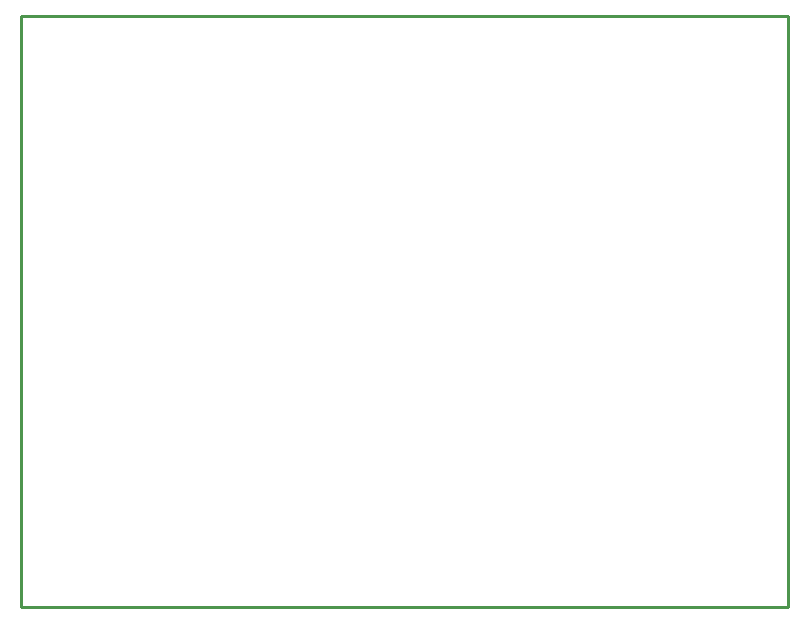
<source format=gm1>
G04*
G04 #@! TF.GenerationSoftware,Altium Limited,Altium Designer,19.0.11 (319)*
G04*
G04 Layer_Color=16711935*
%FSLAX44Y44*%
%MOMM*%
G71*
G01*
G75*
%ADD18C,0.2540*%
D18*
X0Y0D02*
Y500000D01*
X650000D01*
Y0D02*
Y500000D01*
X0Y0D02*
X650000D01*
M02*

</source>
